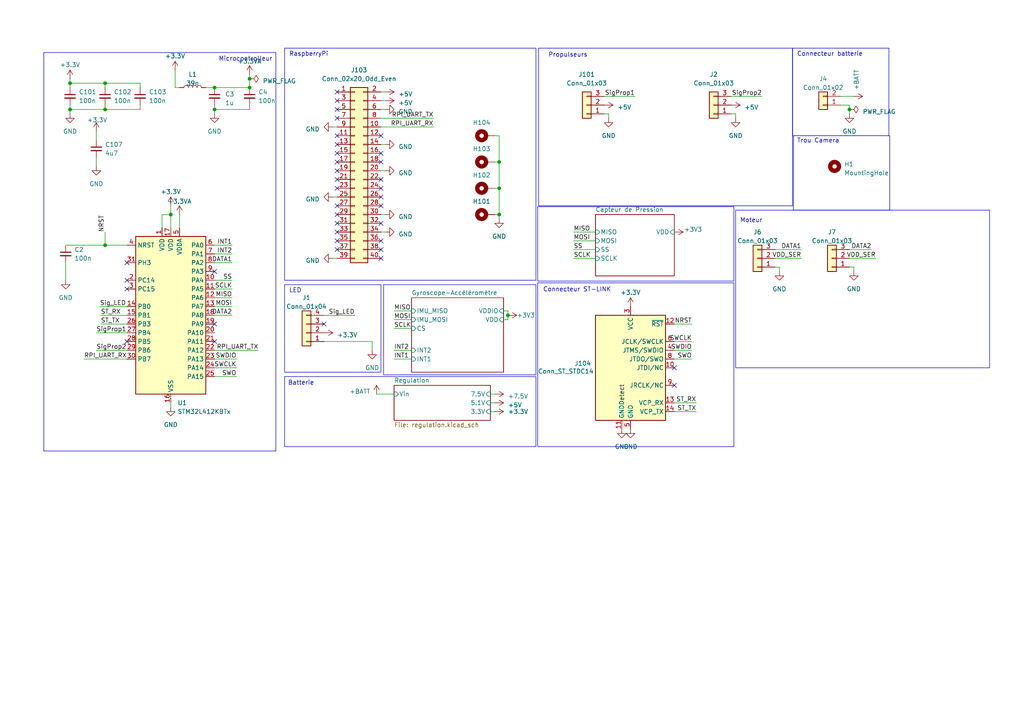
<source format=kicad_sch>
(kicad_sch (version 20230121) (generator eeschema)
  (paper "A4")
  (title_block (title "PCB_SOUS-MARIN"))
  (lib_symbols
    (symbol "Connector:Conn_ST_STDC14"
      (property "Reference" "J" (at -8.89 16.51 0))
      (property "Value" "Conn_ST_STDC14" (at 17.78 16.51 0))
      (symbol "Conn_ST_STDC14_0_1"
        (rectangle (start -10.16 15.24) (end 10.16 -15.24) (stroke (width 0.254)) (fill (type background)))
      )
      (symbol "Conn_ST_STDC14_1_1"
        (pin no_connect line (at -10.16 5.08 0) (length 2.54) hide (name "NC") (number "1"))
        (pin output line (at 12.7 0 180) (length 2.54) (name "JTDI/NC") (number "10"))
        (pin passive line (at -2.54 -17.78 90) (length 2.54) (name "GNDDetect") (number "11"))
        (pin open_collector line (at 12.7 12.7 180) (length 2.54) (name "~{RST}") (number "12"))
        (pin output line (at 12.7 -10.16 180) (length 2.54) (name "VCP_RX") (number "13"))
        (pin input line (at 12.7 -12.7 180) (length 2.54) (name "VCP_TX") (number "14"))
        (pin no_connect line (at -10.16 2.54 0) (length 2.54) hide (name "NC") (number "2"))
        (pin power_in line (at 0 17.78 270) (length 2.54) (name "VCC") (number "3"))
        (pin bidirectional line (at 12.7 5.08 180) (length 2.54) (name "JTMS/SWDIO") (number "4"))
        (pin power_in line (at 0 -17.78 90) (length 2.54) (name "GND") (number "5"))
        (pin output line (at 12.7 7.62 180) (length 2.54) (name "JCLK/SWCLK") (number "6"))
        (pin passive line (at 0 -17.78 90) (length 2.54) hide (name "GND") (number "7"))
        (pin input line (at 12.7 2.54 180) (length 2.54) (name "JTDO/SWO") (number "8"))
        (pin input line (at 12.7 -5.08 180) (length 2.54) (name "JRCLK/NC") (number "9"))
      )
    )
    (symbol "Connector_Generic:Conn_01x02" (pin_names (offset 1.016) hide)
      (property "Reference" "J" (at 0 2.54 0))
      (property "Value" "Conn_01x02" (at 0 -5.08 0))
      (symbol "Conn_01x02_1_1"
        (rectangle (start -1.27 -2.413) (end 0 -2.667) (stroke (width 0.1524)))
        (rectangle (start -1.27 0.127) (end 0 -0.127) (stroke (width 0.1524)))
        (rectangle (start -1.27 1.27) (end 1.27 -3.81) (stroke (width 0.254)) (fill (type background)))
        (pin passive line (at -5.08 0 0) (length 3.81) (name "Pin_1") (number "1"))
        (pin passive line (at -5.08 -2.54 0) (length 3.81) (name "Pin_2") (number "2"))
      )
    )
    (symbol "Connector_Generic:Conn_01x03" (pin_names (offset 1.016) hide)
      (property "Reference" "J" (at 0 5.08 0))
      (property "Value" "Conn_01x03" (at 0 -5.08 0))
      (symbol "Conn_01x03_1_1"
        (rectangle (start -1.27 -2.413) (end 0 -2.667) (stroke (width 0.1524)))
        (rectangle (start -1.27 0.127) (end 0 -0.127) (stroke (width 0.1524)))
        (rectangle (start -1.27 2.667) (end 0 2.413) (stroke (width 0.1524)))
        (rectangle (start -1.27 3.81) (end 1.27 -3.81) (stroke (width 0.254)) (fill (type background)))
        (pin passive line (at -5.08 2.54 0) (length 3.81) (name "Pin_1") (number "1"))
        (pin passive line (at -5.08 0 0) (length 3.81) (name "Pin_2") (number "2"))
        (pin passive line (at -5.08 -2.54 0) (length 3.81) (name "Pin_3") (number "3"))
      )
    )
    (symbol "Connector_Generic:Conn_01x04" (pin_names (offset 1.016) hide)
      (property "Reference" "J" (at 0 5.08 0))
      (property "Value" "Conn_01x04" (at 0 -7.62 0))
      (symbol "Conn_01x04_1_1"
        (rectangle (start -1.27 -4.953) (end 0 -5.207) (stroke (width 0.1524)))
        (rectangle (start -1.27 -2.413) (end 0 -2.667) (stroke (width 0.1524)))
        (rectangle (start -1.27 0.127) (end 0 -0.127) (stroke (width 0.1524)))
        (rectangle (start -1.27 2.667) (end 0 2.413) (stroke (width 0.1524)))
        (rectangle (start -1.27 3.81) (end 1.27 -6.35) (stroke (width 0.254)) (fill (type background)))
        (pin passive line (at -5.08 2.54 0) (length 3.81) (name "Pin_1") (number "1"))
        (pin passive line (at -5.08 0 0) (length 3.81) (name "Pin_2") (number "2"))
        (pin passive line (at -5.08 -2.54 0) (length 3.81) (name "Pin_3") (number "3"))
        (pin passive line (at -5.08 -5.08 0) (length 3.81) (name "Pin_4") (number "4"))
      )
    )
    (symbol "Connector_Generic:Conn_02x20_Odd_Even" (pin_names (offset 1.016) hide)
      (property "Reference" "J" (at 1.27 25.4 0))
      (property "Value" "Conn_02x20_Odd_Even" (at 1.27 -27.94 0))
      (symbol "Conn_02x20_Odd_Even_1_1"
        (rectangle (start -1.27 -25.273) (end 0 -25.527) (stroke (width 0.1524)))
        (rectangle (start -1.27 -22.733) (end 0 -22.987) (stroke (width 0.1524)))
        (rectangle (start -1.27 -20.193) (end 0 -20.447) (stroke (width 0.1524)))
        (rectangle (start -1.27 -17.653) (end 0 -17.907) (stroke (width 0.1524)))
        (rectangle (start -1.27 -15.113) (end 0 -15.367) (stroke (width 0.1524)))
        (rectangle (start -1.27 -12.573) (end 0 -12.827) (stroke (width 0.1524)))
        (rectangle (start -1.27 -10.033) (end 0 -10.287) (stroke (width 0.1524)))
        (rectangle (start -1.27 -7.493) (end 0 -7.747) (stroke (width 0.1524)))
        (rectangle (start -1.27 -4.953) (end 0 -5.207) (stroke (width 0.1524)))
        (rectangle (start -1.27 -2.413) (end 0 -2.667) (stroke (width 0.1524)))
        (rectangle (start -1.27 0.127) (end 0 -0.127) (stroke (width 0.1524)))
        (rectangle (start -1.27 2.667) (end 0 2.413) (stroke (width 0.1524)))
        (rectangle (start -1.27 5.207) (end 0 4.953) (stroke (width 0.1524)))
        (rectangle (start -1.27 7.747) (end 0 7.493) (stroke (width 0.1524)))
        (rectangle (start -1.27 10.287) (end 0 10.033) (stroke (width 0.1524)))
        (rectangle (start -1.27 12.827) (end 0 12.573) (stroke (width 0.1524)))
        (rectangle (start -1.27 15.367) (end 0 15.113) (stroke (width 0.1524)))
        (rectangle (start -1.27 17.907) (end 0 17.653) (stroke (width 0.1524)))
        (rectangle (start -1.27 20.447) (end 0 20.193) (stroke (width 0.1524)))
        (rectangle (start -1.27 22.987) (end 0 22.733) (stroke (width 0.1524)))
        (rectangle (start -1.27 24.13) (end 3.81 -26.67) (stroke (width 0.254)) (fill (type background)))
        (rectangle (start 3.81 -25.273) (end 2.54 -25.527) (stroke (width 0.1524)))
        (rectangle (start 3.81 -22.733) (end 2.54 -22.987) (stroke (width 0.1524)))
        (rectangle (start 3.81 -20.193) (end 2.54 -20.447) (stroke (width 0.1524)))
        (rectangle (start 3.81 -17.653) (end 2.54 -17.907) (stroke (width 0.1524)))
        (rectangle (start 3.81 -15.113) (end 2.54 -15.367) (stroke (width 0.1524)))
        (rectangle (start 3.81 -12.573) (end 2.54 -12.827) (stroke (width 0.1524)))
        (rectangle (start 3.81 -10.033) (end 2.54 -10.287) (stroke (width 0.1524)))
        (rectangle (start 3.81 -7.493) (end 2.54 -7.747) (stroke (width 0.1524)))
        (rectangle (start 3.81 -4.953) (end 2.54 -5.207) (stroke (width 0.1524)))
        (rectangle (start 3.81 -2.413) (end 2.54 -2.667) (stroke (width 0.1524)))
        (rectangle (start 3.81 0.127) (end 2.54 -0.127) (stroke (width 0.1524)))
        (rectangle (start 3.81 2.667) (end 2.54 2.413) (stroke (width 0.1524)))
        (rectangle (start 3.81 5.207) (end 2.54 4.953) (stroke (width 0.1524)))
        (rectangle (start 3.81 7.747) (end 2.54 7.493) (stroke (width 0.1524)))
        (rectangle (start 3.81 10.287) (end 2.54 10.033) (stroke (width 0.1524)))
        (rectangle (start 3.81 12.827) (end 2.54 12.573) (stroke (width 0.1524)))
        (rectangle (start 3.81 15.367) (end 2.54 15.113) (stroke (width 0.1524)))
        (rectangle (start 3.81 17.907) (end 2.54 17.653) (stroke (width 0.1524)))
        (rectangle (start 3.81 20.447) (end 2.54 20.193) (stroke (width 0.1524)))
        (rectangle (start 3.81 22.987) (end 2.54 22.733) (stroke (width 0.1524)))
        (pin passive line (at -5.08 22.86 0) (length 3.81) (name "Pin_1") (number "1"))
        (pin passive line (at 7.62 12.7 180) (length 3.81) (name "Pin_10") (number "10"))
        (pin passive line (at -5.08 10.16 0) (length 3.81) (name "Pin_11") (number "11"))
        (pin passive line (at 7.62 10.16 180) (length 3.81) (name "Pin_12") (number "12"))
        (pin passive line (at -5.08 7.62 0) (length 3.81) (name "Pin_13") (number "13"))
        (pin passive line (at 7.62 7.62 180) (length 3.81) (name "Pin_14") (number "14"))
        (pin passive line (at -5.08 5.08 0) (length 3.81) (name "Pin_15") (number "15"))
        (pin passive line (at 7.62 5.08 180) (length 3.81) (name "Pin_16") (number "16"))
        (pin passive line (at -5.08 2.54 0) (length 3.81) (name "Pin_17") (number "17"))
        (pin passive line (at 7.62 2.54 180) (length 3.81) (name "Pin_18") (number "18"))
        (pin passive line (at -5.08 0 0) (length 3.81) (name "Pin_19") (number "19"))
        (pin passive line (at 7.62 22.86 180) (length 3.81) (name "Pin_2") (number "2"))
        (pin passive line (at 7.62 0 180) (length 3.81) (name "Pin_20") (number "20"))
        (pin passive line (at -5.08 -2.54 0) (length 3.81) (name "Pin_21") (number "21"))
        (pin passive line (at 7.62 -2.54 180) (length 3.81) (name "Pin_22") (number "22"))
        (pin passive line (at -5.08 -5.08 0) (length 3.81) (name "Pin_23") (number "23"))
        (pin passive line (at 7.62 -5.08 180) (length 3.81) (name "Pin_24") (number "24"))
        (pin passive line (at -5.08 -7.62 0) (length 3.81) (name "Pin_25") (number "25"))
        (pin passive line (at 7.62 -7.62 180) (length 3.81) (name "Pin_26") (number "26"))
        (pin passive line (at -5.08 -10.16 0) (length 3.81) (name "Pin_27") (number "27"))
        (pin passive line (at 7.62 -10.16 180) (length 3.81) (name "Pin_28") (number "28"))
        (pin passive line (at -5.08 -12.7 0) (length 3.81) (name "Pin_29") (number "29"))
        (pin passive line (at -5.08 20.32 0) (length 3.81) (name "Pin_3") (number "3"))
        (pin passive line (at 7.62 -12.7 180) (length 3.81) (name "Pin_30") (number "30"))
        (pin passive line (at -5.08 -15.24 0) (length 3.81) (name "Pin_31") (number "31"))
        (pin passive line (at 7.62 -15.24 180) (length 3.81) (name "Pin_32") (number "32"))
        (pin passive line (at -5.08 -17.78 0) (length 3.81) (name "Pin_33") (number "33"))
        (pin passive line (at 7.62 -17.78 180) (length 3.81) (name "Pin_34") (number "34"))
        (pin passive line (at -5.08 -20.32 0) (length 3.81) (name "Pin_35") (number "35"))
        (pin passive line (at 7.62 -20.32 180) (length 3.81) (name "Pin_36") (number "36"))
        (pin passive line (at -5.08 -22.86 0) (length 3.81) (name "Pin_37") (number "37"))
        (pin passive line (at 7.62 -22.86 180) (length 3.81) (name "Pin_38") (number "38"))
        (pin passive line (at -5.08 -25.4 0) (length 3.81) (name "Pin_39") (number "39"))
        (pin passive line (at 7.62 20.32 180) (length 3.81) (name "Pin_4") (number "4"))
        (pin passive line (at 7.62 -25.4 180) (length 3.81) (name "Pin_40") (number "40"))
        (pin passive line (at -5.08 17.78 0) (length 3.81) (name "Pin_5") (number "5"))
        (pin passive line (at 7.62 17.78 180) (length 3.81) (name "Pin_6") (number "6"))
        (pin passive line (at -5.08 15.24 0) (length 3.81) (name "Pin_7") (number "7"))
        (pin passive line (at 7.62 15.24 180) (length 3.81) (name "Pin_8") (number "8"))
        (pin passive line (at -5.08 12.7 0) (length 3.81) (name "Pin_9") (number "9"))
      )
    )
    (symbol "Device:C_Small" (pin_numbers hide) (pin_names (offset 0.254) hide)
      (property "Reference" "C" (at 0.254 1.778 0))
      (property "Value" "C_Small" (at 0.254 -2.032 0))
      (symbol "C_Small_0_1"
        (polyline (pts (xy -1.524 -0.508) (xy 1.524 -0.508)) (stroke (width 0.3302)))
        (polyline (pts (xy -1.524 0.508) (xy 1.524 0.508)) (stroke (width 0.3048)))
      )
      (symbol "C_Small_1_1"
        (pin passive line (at 0 2.54 270) (length 2.032) (name "~") (number "1"))
        (pin passive line (at 0 -2.54 90) (length 2.032) (name "~") (number "2"))
      )
    )
    (symbol "Device:L" (pin_numbers hide) (pin_names (offset 1.016) hide)
      (property "Reference" "L" (at -1.27 0 90))
      (property "Value" "L" (at 1.905 0 90))
      (symbol "L_0_1"
        (arc (start 0 -2.54) (mid 0.6323 -1.905) (end 0 -1.27))
        (arc (start 0 -1.27) (mid 0.6323 -0.635) (end 0 0))
        (arc (start 0 0) (mid 0.6323 0.635) (end 0 1.27))
        (arc (start 0 1.27) (mid 0.6323 1.905) (end 0 2.54))
      )
      (symbol "L_1_1"
        (pin passive line (at 0 3.81 270) (length 1.27) (name "1") (number "1"))
        (pin passive line (at 0 -3.81 90) (length 1.27) (name "2") (number "2"))
      )
    )
    (symbol "MCU_ST_STM32L4:STM32L412KBTx"
      (property "Reference" "U" (at -10.16 24.13 0))
      (property "Value" "STM32L412KBTx" (at 5.08 24.13 0))
      (symbol "STM32L412KBTx_0_1"
        (rectangle (start -10.16 -22.86) (end 10.16 22.86) (stroke (width 0.254)) (fill (type background)))
      )
      (symbol "STM32L412KBTx_1_1"
        (pin power_in line (at -2.54 25.4 270) (length 2.54) (name "VDD") (number "1"))
        (pin bidirectional line (at 12.7 10.16 180) (length 2.54) (name "PA4") (number "10"))
        (pin bidirectional line (at 12.7 7.62 180) (length 2.54) (name "PA5") (number "11"))
        (pin bidirectional line (at 12.7 5.08 180) (length 2.54) (name "PA6") (number "12"))
        (pin bidirectional line (at 12.7 2.54 180) (length 2.54) (name "PA7") (number "13"))
        (pin bidirectional line (at -12.7 2.54 0) (length 2.54) (name "PB0") (number "14"))
        (pin bidirectional line (at -12.7 0 0) (length 2.54) (name "PB1") (number "15"))
        (pin power_in line (at 0 -25.4 90) (length 2.54) (name "VSS") (number "16"))
        (pin power_in line (at 0 25.4 270) (length 2.54) (name "VDD") (number "17"))
        (pin bidirectional line (at 12.7 0 180) (length 2.54) (name "PA8") (number "18"))
        (pin bidirectional line (at 12.7 -2.54 180) (length 2.54) (name "PA9") (number "19"))
        (pin bidirectional line (at -12.7 10.16 0) (length 2.54) (name "PC14") (number "2"))
        (pin bidirectional line (at 12.7 -5.08 180) (length 2.54) (name "PA10") (number "20"))
        (pin bidirectional line (at 12.7 -7.62 180) (length 2.54) (name "PA11") (number "21"))
        (pin bidirectional line (at 12.7 -10.16 180) (length 2.54) (name "PA12") (number "22"))
        (pin bidirectional line (at 12.7 -12.7 180) (length 2.54) (name "PA13") (number "23"))
        (pin bidirectional line (at 12.7 -15.24 180) (length 2.54) (name "PA14") (number "24"))
        (pin bidirectional line (at 12.7 -17.78 180) (length 2.54) (name "PA15") (number "25"))
        (pin bidirectional line (at -12.7 -2.54 0) (length 2.54) (name "PB3") (number "26"))
        (pin bidirectional line (at -12.7 -5.08 0) (length 2.54) (name "PB4") (number "27"))
        (pin bidirectional line (at -12.7 -7.62 0) (length 2.54) (name "PB5") (number "28"))
        (pin bidirectional line (at -12.7 -10.16 0) (length 2.54) (name "PB6") (number "29"))
        (pin bidirectional line (at -12.7 7.62 0) (length 2.54) (name "PC15") (number "3"))
        (pin bidirectional line (at -12.7 -12.7 0) (length 2.54) (name "PB7") (number "30"))
        (pin bidirectional line (at -12.7 15.24 0) (length 2.54) (name "PH3") (number "31"))
        (pin passive line (at 0 -25.4 90) (length 2.54) hide (name "VSS") (number "32"))
        (pin input line (at -12.7 20.32 0) (length 2.54) (name "NRST") (number "4"))
        (pin power_in line (at 2.54 25.4 270) (length 2.54) (name "VDDA") (number "5"))
        (pin bidirectional line (at 12.7 20.32 180) (length 2.54) (name "PA0") (number "6"))
        (pin bidirectional line (at 12.7 17.78 180) (length 2.54) (name "PA1") (number "7"))
        (pin bidirectional line (at 12.7 15.24 180) (length 2.54) (name "PA2") (number "8"))
        (pin bidirectional line (at 12.7 12.7 180) (length 2.54) (name "PA3") (number "9"))
      )
    )
    (symbol "Mechanical:MountingHole" (pin_names (offset 1.016))
      (property "Reference" "H" (at 0 5.08 0))
      (property "Value" "MountingHole" (at 0 3.175 0))
      (symbol "MountingHole_0_1"
        (circle (center 0 0) (radius 1.27) (stroke (width 1.27)))
      )
    )
    (symbol "Mechanical:MountingHole_Pad" (pin_numbers hide) (pin_names (offset 1.016) hide)
      (property "Reference" "H" (at 0 6.35 0))
      (property "Value" "MountingHole_Pad" (at 0 4.445 0))
      (symbol "MountingHole_Pad_0_1"
        (circle (center 0 1.27) (radius 1.27) (stroke (width 1.27)))
      )
      (symbol "MountingHole_Pad_1_1"
        (pin input line (at 0 -2.54 90) (length 2.54) (name "1") (number "1"))
      )
    )
    (symbol "power:+3.3V" (power) (pin_names (offset 0))
      (property "Value" "+3.3V" (at 0 3.556 0))
      (symbol "+3.3V_0_1"
        (polyline (pts (xy -0.762 1.27) (xy 0 2.54)))
        (polyline (pts (xy 0 0) (xy 0 2.54)))
        (polyline (pts (xy 0 2.54) (xy 0.762 1.27)))
      )
      (symbol "+3.3V_1_1"
        (pin power_in line (at 0 0 90) (length 0) hide (name "+3.3V") (number "1"))
      )
    )
    (symbol "power:+3.3VA" (power) (pin_names (offset 0))
      (property "Value" "+3.3VA" (at 0 3.556 0))
      (symbol "+3.3VA_0_1"
        (polyline (pts (xy -0.762 1.27) (xy 0 2.54)))
        (polyline (pts (xy 0 0) (xy 0 2.54)))
        (polyline (pts (xy 0 2.54) (xy 0.762 1.27)))
      )
      (symbol "+3.3VA_1_1"
        (pin power_in line (at 0 0 90) (length 0) hide (name "+3.3VA") (number "1"))
      )
    )
    (symbol "power:+3V3" (power) (pin_names (offset 0))
      (property "Value" "+3V3" (at 0 3.556 0))
      (symbol "+3V3_0_1"
        (polyline (pts (xy -0.762 1.27) (xy 0 2.54)))
        (polyline (pts (xy 0 0) (xy 0 2.54)))
        (polyline (pts (xy 0 2.54) (xy 0.762 1.27)))
      )
      (symbol "+3V3_1_1"
        (pin power_in line (at 0 0 90) (length 0) hide (name "+3V3") (number "1"))
      )
    )
    (symbol "power:+5V" (power) (pin_names (offset 0))
      (property "Value" "+5V" (at 0 3.556 0))
      (symbol "+5V_0_1"
        (polyline (pts (xy -0.762 1.27) (xy 0 2.54)))
        (polyline (pts (xy 0 0) (xy 0 2.54)))
        (polyline (pts (xy 0 2.54) (xy 0.762 1.27)))
      )
      (symbol "+5V_1_1"
        (pin power_in line (at 0 0 90) (length 0) hide (name "+5V") (number "1"))
      )
    )
    (symbol "power:+7.5V" (power) (pin_names (offset 0))
      (property "Value" "+7.5V" (at 0 3.556 0))
      (symbol "+7.5V_0_1"
        (polyline (pts (xy -0.762 1.27) (xy 0 2.54)))
        (polyline (pts (xy 0 0) (xy 0 2.54)))
        (polyline (pts (xy 0 2.54) (xy 0.762 1.27)))
      )
      (symbol "+7.5V_1_1"
        (pin power_in line (at 0 0 90) (length 0) hide (name "+7.5V") (number "1"))
      )
    )
    (symbol "power:+BATT" (power) (pin_names (offset 0))
      (property "Value" "+BATT" (at 0 3.556 0))
      (symbol "+BATT_0_1"
        (polyline (pts (xy -0.762 1.27) (xy 0 2.54)))
        (polyline (pts (xy 0 0) (xy 0 2.54)))
        (polyline (pts (xy 0 2.54) (xy 0.762 1.27)))
      )
      (symbol "+BATT_1_1"
        (pin power_in line (at 0 0 90) (length 0) hide (name "+BATT") (number "1"))
      )
    )
    (symbol "power:GND" (power) (pin_names (offset 0))
      (property "Value" "GND" (at 0 -3.81 0))
      (symbol "GND_0_1"
        (polyline (pts (xy 0 0) (xy 0 -1.27) (xy 1.27 -1.27) (xy 0 -2.54) (xy -1.27 -1.27) (xy 0 -1.27)))
      )
      (symbol "GND_1_1"
        (pin power_in line (at 0 0 270) (length 0) hide (name "GND") (number "1"))
      )
    )
    (symbol "power:PWR_FLAG" (power) (pin_numbers hide) (pin_names (offset 0) hide)
      (property "Value" "PWR_FLAG" (at 0 3.81 0))
      (symbol "PWR_FLAG_0_0"
        (pin power_out line (at 0 0 90) (length 0) (name "pwr") (number "1"))
      )
      (symbol "PWR_FLAG_0_1"
        (polyline (pts (xy 0 0) (xy 0 1.27) (xy -1.016 1.905) (xy 0 2.54) (xy 1.016 1.905) (xy 0 1.27)))
      )
    )
  )
  (junction (at 147.32 91.44))
  (junction (at 144.78 54.61))
  (junction (at 30.48 31.75))
  (junction (at 20.32 31.75))
  (junction (at 144.78 62.23))
  (junction (at 49.53 62.23))
  (junction (at 144.78 46.99))
  (junction (at 246.38 31.75))
  (junction (at 72.39 22.86))
  (junction (at 72.39 25.4))
  (junction (at 20.32 24.13))
  (junction (at 62.23 31.75))
  (junction (at 30.48 71.12))
  (junction (at 62.23 25.4))
  (junction (at 30.48 24.13))
  (no_connect (at 97.79 52.07))
  (no_connect (at 97.79 72.39))
  (no_connect (at 110.49 64.77))
  (no_connect (at 97.79 26.67))
  (no_connect (at 97.79 49.53))
  (no_connect (at 36.83 81.28))
  (no_connect (at 110.49 74.93))
  (no_connect (at 195.58 106.68))
  (no_connect (at 110.49 72.39))
  (no_connect (at 97.79 39.37))
  (no_connect (at 110.49 52.07))
  (no_connect (at 97.79 29.21))
  (no_connect (at 62.23 99.06))
  (no_connect (at 97.79 31.75))
  (no_connect (at 97.79 67.31))
  (no_connect (at 110.49 46.99))
  (no_connect (at 36.83 99.06))
  (no_connect (at 110.49 44.45))
  (no_connect (at 110.49 39.37))
  (no_connect (at 97.79 59.69))
  (no_connect (at 110.49 59.69))
  (no_connect (at 62.23 93.98))
  (no_connect (at 36.83 83.82))
  (no_connect (at 97.79 41.91))
  (no_connect (at 110.49 57.15))
  (no_connect (at 97.79 46.99))
  (no_connect (at 97.79 64.77))
  (no_connect (at 110.49 54.61))
  (no_connect (at 110.49 69.85))
  (no_connect (at 97.79 44.45))
  (no_connect (at 62.23 78.74))
  (no_connect (at 97.79 54.61))
  (no_connect (at 97.79 34.29))
  (no_connect (at 195.58 111.76))
  (no_connect (at 97.79 69.85))
  (no_connect (at 97.79 62.23))
  (no_connect (at 93.98 93.98))
  (no_connect (at 36.83 76.2))
  (wire (pts (xy 68.58 104.14) (xy 62.23 104.14)))
  (wire (pts (xy 50.8 25.4) (xy 52.07 25.4)))
  (wire (pts (xy 110.49 62.23) (xy 111.76 62.23)))
  (wire (pts (xy 62.23 83.82) (xy 67.31 83.82)))
  (wire (pts (xy 166.37 67.31) (xy 172.72 67.31)))
  (wire (pts (xy 110.49 49.53) (xy 111.76 49.53)))
  (wire (pts (xy 62.23 76.2) (xy 67.31 76.2)))
  (wire (pts (xy 62.23 30.48) (xy 62.23 31.75)))
  (wire (pts (xy 62.23 31.75) (xy 62.23 33.02)))
  (wire (pts (xy 143.51 62.23) (xy 144.78 62.23)))
  (wire (pts (xy 246.38 77.47) (xy 247.65 77.47)))
  (wire (pts (xy 110.49 31.75) (xy 111.76 31.75)))
  (wire (pts (xy 20.32 31.75) (xy 20.32 33.02)))
  (wire (pts (xy 110.49 29.21) (xy 111.76 29.21)))
  (wire (pts (xy 67.31 81.28) (xy 62.23 81.28)))
  (wire (pts (xy 109.22 114.3) (xy 114.3 114.3)))
  (wire (pts (xy 72.39 30.48) (xy 72.39 31.75)))
  (wire (pts (xy 20.32 30.48) (xy 20.32 31.75)))
  (wire (pts (xy 27.94 45.72) (xy 27.94 48.26)))
  (wire (pts (xy 59.69 25.4) (xy 62.23 25.4)))
  (wire (pts (xy 147.32 92.71) (xy 146.05 92.71)))
  (wire (pts (xy 212.09 27.94) (xy 220.98 27.94)))
  (wire (pts (xy 200.66 93.98) (xy 195.58 93.98)))
  (wire (pts (xy 30.48 71.12) (xy 36.83 71.12)))
  (wire (pts (xy 166.37 72.39) (xy 172.72 72.39)))
  (wire (pts (xy 93.98 91.44) (xy 102.87 91.44)))
  (wire (pts (xy 30.48 24.13) (xy 40.64 24.13)))
  (wire (pts (xy 110.49 34.29) (xy 125.73 34.29)))
  (wire (pts (xy 212.09 33.02) (xy 213.36 33.02)))
  (wire (pts (xy 175.26 27.94) (xy 184.15 27.94)))
  (wire (pts (xy 110.49 26.67) (xy 111.76 26.67)))
  (wire (pts (xy 93.98 99.06) (xy 107.95 99.06)))
  (wire (pts (xy 200.66 104.14) (xy 195.58 104.14)))
  (wire (pts (xy 247.65 77.47) (xy 247.65 78.74)))
  (wire (pts (xy 107.95 99.06) (xy 107.95 101.6)))
  (wire (pts (xy 144.78 39.37) (xy 143.51 39.37)))
  (wire (pts (xy 201.93 116.84) (xy 195.58 116.84)))
  (wire (pts (xy 68.58 106.68) (xy 62.23 106.68)))
  (wire (pts (xy 24.384 104.14) (xy 36.83 104.14)))
  (wire (pts (xy 114.3 90.17) (xy 119.38 90.17)))
  (wire (pts (xy 30.48 30.48) (xy 30.48 31.75)))
  (wire (pts (xy 67.31 91.44) (xy 62.23 91.44)))
  (wire (pts (xy 213.36 34.29) (xy 213.36 33.02)))
  (wire (pts (xy 30.48 31.75) (xy 40.64 31.75)))
  (wire (pts (xy 200.66 101.6) (xy 195.58 101.6)))
  (wire (pts (xy 146.05 90.17) (xy 147.32 90.17)))
  (wire (pts (xy 62.23 73.66) (xy 67.31 73.66)))
  (wire (pts (xy 226.06 77.47) (xy 226.06 78.74)))
  (wire (pts (xy 147.32 91.44) (xy 147.32 92.71)))
  (wire (pts (xy 62.23 86.36) (xy 67.31 86.36)))
  (wire (pts (xy 254 74.93) (xy 246.38 74.93)))
  (wire (pts (xy 19.05 81.28) (xy 19.05 76.2)))
  (wire (pts (xy 20.32 22.86) (xy 20.32 24.13)))
  (wire (pts (xy 143.51 54.61) (xy 144.78 54.61)))
  (wire (pts (xy 110.49 41.91) (xy 111.76 41.91)))
  (wire (pts (xy 97.79 74.93) (xy 96.52 74.93)))
  (wire (pts (xy 27.94 38.1) (xy 27.94 40.64)))
  (wire (pts (xy 143.51 46.99) (xy 144.78 46.99)))
  (wire (pts (xy 20.32 31.75) (xy 30.48 31.75)))
  (wire (pts (xy 62.23 101.6) (xy 74.93 101.6)))
  (wire (pts (xy 224.79 77.47) (xy 226.06 77.47)))
  (wire (pts (xy 27.94 96.52) (xy 36.83 96.52)))
  (wire (pts (xy 97.79 57.15) (xy 96.52 57.15)))
  (wire (pts (xy 246.38 30.48) (xy 246.38 31.75)))
  (wire (pts (xy 29.21 93.98) (xy 36.83 93.98)))
  (wire (pts (xy 72.39 22.86) (xy 72.39 25.4)))
  (wire (pts (xy 110.49 67.31) (xy 111.76 67.31)))
  (wire (pts (xy 147.32 90.17) (xy 147.32 91.44)))
  (wire (pts (xy 62.23 25.4) (xy 72.39 25.4)))
  (wire (pts (xy 142.24 114.3) (xy 143.51 114.3)))
  (wire (pts (xy 200.66 99.06) (xy 195.58 99.06)))
  (wire (pts (xy 232.41 74.93) (xy 224.79 74.93)))
  (wire (pts (xy 20.32 24.13) (xy 30.48 24.13)))
  (wire (pts (xy 50.8 20.32) (xy 50.8 25.4)))
  (wire (pts (xy 97.79 36.83) (xy 96.52 36.83)))
  (wire (pts (xy 114.3 92.71) (xy 119.38 92.71)))
  (wire (pts (xy 144.78 54.61) (xy 144.78 46.99)))
  (wire (pts (xy 166.37 69.85) (xy 172.72 69.85)))
  (wire (pts (xy 30.48 25.4) (xy 30.48 24.13)))
  (wire (pts (xy 62.23 88.9) (xy 67.31 88.9)))
  (wire (pts (xy 49.53 59.69) (xy 49.53 62.23)))
  (wire (pts (xy 232.41 72.39) (xy 224.79 72.39)))
  (wire (pts (xy 175.26 33.02) (xy 176.53 33.02)))
  (wire (pts (xy 40.64 24.13) (xy 40.64 25.4)))
  (wire (pts (xy 144.78 63.5) (xy 144.78 62.23)))
  (wire (pts (xy 27.94 101.6) (xy 36.83 101.6)))
  (wire (pts (xy 144.78 62.23) (xy 144.78 54.61)))
  (wire (pts (xy 166.37 74.93) (xy 172.72 74.93)))
  (wire (pts (xy 114.3 101.6) (xy 119.38 101.6)))
  (wire (pts (xy 19.05 71.12) (xy 30.48 71.12)))
  (wire (pts (xy 252.73 72.39) (xy 246.38 72.39)))
  (wire (pts (xy 49.53 62.23) (xy 49.53 66.04)))
  (wire (pts (xy 142.24 119.38) (xy 143.51 119.38)))
  (wire (pts (xy 40.64 30.48) (xy 40.64 31.75)))
  (wire (pts (xy 110.49 36.83) (xy 125.73 36.83)))
  (wire (pts (xy 176.53 34.29) (xy 176.53 33.02)))
  (wire (pts (xy 68.58 109.22) (xy 62.23 109.22)))
  (wire (pts (xy 46.99 62.23) (xy 49.53 62.23)))
  (wire (pts (xy 201.93 119.38) (xy 195.58 119.38)))
  (wire (pts (xy 62.23 71.12) (xy 67.31 71.12)))
  (wire (pts (xy 246.38 31.75) (xy 246.38 33.02)))
  (wire (pts (xy 62.23 31.75) (xy 72.39 31.75)))
  (wire (pts (xy 114.3 95.25) (xy 119.38 95.25)))
  (wire (pts (xy 28.956 88.9) (xy 36.83 88.9)))
  (wire (pts (xy 247.65 27.94) (xy 243.84 27.94)))
  (wire (pts (xy 46.99 66.04) (xy 46.99 62.23)))
  (wire (pts (xy 72.39 21.59) (xy 72.39 22.86)))
  (wire (pts (xy 243.84 30.48) (xy 246.38 30.48)))
  (wire (pts (xy 20.32 24.13) (xy 20.32 25.4)))
  (wire (pts (xy 30.48 67.31) (xy 30.48 71.12)))
  (wire (pts (xy 114.3 104.14) (xy 119.38 104.14)))
  (wire (pts (xy 144.78 46.99) (xy 144.78 39.37)))
  (wire (pts (xy 142.24 116.84) (xy 143.51 116.84)))
  (wire (pts (xy 49.53 116.84) (xy 49.53 118.11)))
  (wire (pts (xy 29.21 91.44) (xy 36.83 91.44)))
  (wire (pts (xy 52.07 62.23) (xy 52.07 66.04)))
  (rectangle (start 82.55 82.55) (end 110.49 107.95))
  (rectangle (start 230.124 39.37) (end 258.064 60.96))
  (rectangle (start 156.21 13.97) (end 229.87 59.69))
  (rectangle (start 155.956 82.042) (end 212.852 129.54))
  (rectangle (start 82.55 13.97) (end 155.448 81.28))
  (rectangle (start 229.87 13.97) (end 257.81 39.37))
  (rectangle (start 213.36 60.96) (end 287.02 106.68))
  (rectangle (start 111.252 82.55) (end 155.448 108.712))
  (rectangle (start 155.956 59.944) (end 212.852 81.534))
  (text_box "Microcontrolleur\n" (at 12.7 15.24 0) (size 67.31 115.57) (effects (font (size 1.27 1.27)) (justify right top)))
  (text_box "Batterie\n" (at 82.55 109.22 0) (size 72.898 20.32) (effects (font (size 1.27 1.27)) (justify left top)))
  (text "Moteur" (at 214.63 64.77 0) (effects (font (size 1.27 1.27)) (justify left bottom)))
  (text "Connecteur batterie\n" (at 231.14 16.51 0) (effects (font (size 1.27 1.27)) (justify left bottom)))
  (text "LED\n" (at 83.82 85.09 0) (effects (font (size 1.27 1.27)) (justify left bottom)))
  (text "Connecteur ST-LINK\n\n" (at 157.48 86.868 0) (effects (font (size 1.27 1.27)) (justify left bottom)))
  (text "Trou Camera\n" (at 231.14 41.656 0) (effects (font (size 1.27 1.27)) (justify left bottom)))
  (text "RaspberryPi\n" (at 83.82 16.51 0) (effects (font (size 1.27 1.27)) (justify left bottom)))
  (text "Propulseurs\n" (at 159.004 16.764 0) (effects (font (size 1.27 1.27)) (justify left bottom)))
  (label "DATA2" (at 252.73 72.39 180))
  (label "SCLK" (at 67.31 83.82 180))
  (label "ST_TX" (at 201.93 119.38 180))
  (label "NRST" (at 200.66 93.98 180))
  (label "SWO" (at 200.66 104.14 180))
  (label "VDD_SER" (at 254 74.93 180))
  (label "ST_TX" (at 29.21 93.98 0))
  (label "DATA2" (at 67.31 91.44 180))
  (label "SWCLK" (at 200.66 99.06 180))
  (label "SS" (at 67.31 81.28 180))
  (label "SWO" (at 68.58 109.22 180))
  (label "NRST" (at 30.48 67.31 90))
  (label "Sig_LED" (at 102.87 91.44 180))
  (label "ST_RX" (at 201.93 116.84 180))
  (label "INT1" (at 114.3 104.14 0))
  (label "MISO" (at 67.31 86.36 180))
  (label "SS" (at 166.37 72.39 0))
  (label "ST_RX" (at 29.21 91.44 0))
  (label "DATA1" (at 232.41 72.39 180))
  (label "INT1" (at 67.31 71.12 180))
  (label "SWDIO" (at 68.58 104.14 180))
  (label "RPI_UART_TX" (at 74.93 101.6 180))
  (label "MOSI" (at 67.31 88.9 180))
  (label "INT2" (at 114.3 101.6 0))
  (label "MOSI" (at 114.3 92.71 0))
  (label "INT2" (at 67.31 73.66 180))
  (label "SWDIO" (at 200.66 101.6 180))
  (label "SigProp2" (at 220.98 27.94 180))
  (label "VDD_SER" (at 232.41 74.93 180))
  (label "SCLK" (at 166.37 74.93 0))
  (label "DATA1" (at 67.31 76.2 180))
  (label "SigProp1" (at 27.94 96.52 0))
  (label "SigProp1" (at 184.15 27.94 180))
  (label "RPI_UART_RX" (at 24.384 104.14 0))
  (label "RPI_UART_RX" (at 125.73 36.83 180))
  (label "MISO" (at 166.37 67.31 0))
  (label "SWCLK" (at 68.58 106.68 180))
  (label "MOSI" (at 166.37 69.85 0))
  (label "MISO" (at 114.3 90.17 0))
  (label "RPI_UART_TX" (at 125.73 34.29 180))
  (label "SigProp2" (at 27.94 101.6 0))
  (label "SCLK" (at 114.3 95.25 0))
  (label "Sig_LED" (at 28.956 88.9 0))
  (symbol (lib_id "Connector_Generic:Conn_01x03") (at 219.71 74.93 180) (unit 1)
    (property "Reference" "J6" (at 219.71 67.31 0))
    (property "Value" "Conn_01x03" (at 219.71 69.85 0))
    (property "Footprint" "Connector_JST:JST_XH_B3B-XH-A_1x03_P2.50mm_Vertical" (effects hide))
  )
  (symbol (lib_id "Connector:Conn_ST_STDC14") (at 182.88 106.68 0) (unit 1)
    (property "Reference" "J104" (at 171.45 105.41 0) (effects (justify right)))
    (property "Value" "Conn_ST_STDC14" (at 172.212 107.696 0) (effects (justify right)))
    (property "Footprint" "Connector_PinHeader_1.27mm:PinHeader_2x07_P1.27mm_Vertical" (effects hide))
    (property "Datasheet" "https://www.st.com/content/ccc/resource/technical/document/user_manual/group1/99/49/91/b6/b2/3a/46/e5/DM00526767/files/DM00526767.pdf/jcr:content/translations/en.DM00526767.pdf" (effects hide))
  )
  (symbol (lib_id "power:GND") (at 144.78 63.5 0) (unit 1)
    (property "Reference" "#PWR026" (effects hide))
    (property "Value" "GND" (at 144.78 68.58 0))
  )
  (symbol (lib_id "power:+3.3VA") (at 72.39 21.59 0) (unit 1)
    (property "Reference" "#PWR038" (effects hide))
    (property "Value" "+3.3VA" (at 72.39 17.78 0))
  )
  (symbol (lib_id "Device:C_Small") (at 27.94 43.18 0) (unit 1)
    (property "Reference" "C107" (at 30.48 41.9163 0) (effects (justify left)))
    (property "Value" "4u7" (at 30.48 44.4563 0) (effects (justify left)))
    (property "Footprint" "Capacitor_SMD:C_0603_1608Metric_Pad1.08x0.95mm_HandSolder" (effects hide))
  )
  (symbol (lib_id "power:GND") (at 96.52 74.93 270) (unit 1)
    (property "Reference" "#PWR024" (effects hide))
    (property "Value" "GND" (at 92.71 75.565 90) (effects (justify right)))
  )
  (symbol (lib_id "power:GND") (at 176.53 34.29 0) (unit 1)
    (property "Reference" "#PWR09" (effects hide))
    (property "Value" "GND" (at 176.53 39.37 0))
  )
  (symbol (lib_id "power:GND") (at 111.76 31.75 90) (unit 1)
    (property "Reference" "#PWR025" (effects hide))
    (property "Value" "GND" (at 115.57 32.385 90) (effects (justify right)))
  )
  (symbol (lib_id "power:GND") (at 246.38 33.02 0) (unit 1)
    (property "Reference" "#PWR040" (effects hide))
    (property "Value" "GND" (at 246.38 38.1 0))
  )
  (symbol (lib_id "Mechanical:MountingHole_Pad") (at 140.97 54.61 90) (unit 1)
    (property "Reference" "H102" (at 139.7 50.8 90))
    (property "Value" "MountingHole_Pad" (effects hide))
    (property "Footprint" "MountingHole:MountingHole_3.2mm_M3_DIN965_Pad" (effects hide))
  )
  (symbol (lib_id "Device:C_Small") (at 20.32 27.94 0) (unit 1)
    (property "Reference" "C101" (at 22.86 26.6763 0) (effects (justify left)))
    (property "Value" "100n" (at 22.86 29.2163 0) (effects (justify left)))
    (property "Footprint" "Capacitor_SMD:C_0603_1608Metric_Pad1.08x0.95mm_HandSolder" (effects hide))
  )
  (symbol (lib_id "Connector_Generic:Conn_02x20_Odd_Even") (at 102.87 49.53 0) (unit 1)
    (property "Reference" "J103" (at 104.14 20.32 0))
    (property "Value" "Conn_02x20_Odd_Even" (at 104.14 22.86 0))
    (property "Footprint" "Connector_PinSocket_2.54mm:PinSocket_2x20_P2.54mm_Vertical" (effects hide))
  )
  (symbol (lib_id "power:+3.3VA") (at 52.07 62.23 0) (unit 1)
    (property "Reference" "#PWR034" (effects hide))
    (property "Value" "+3.3VA" (at 52.07 58.42 0))
  )
  (symbol (lib_id "power:PWR_FLAG") (at 246.38 31.75 270) (unit 1)
    (property "Reference" "#FLG05" (effects hide))
    (property "Value" "PWR_FLAG" (at 250.19 32.385 90) (effects (justify left)))
  )
  (symbol (lib_id "power:GND") (at 19.05 81.28 0) (unit 1)
    (property "Reference" "#PWR032" (effects hide))
    (property "Value" "GND" (at 19.05 86.36 0))
  )
  (symbol (lib_id "power:GND") (at 96.52 36.83 270) (unit 1)
    (property "Reference" "#PWR022" (effects hide))
    (property "Value" "GND" (at 92.71 37.465 90) (effects (justify right)))
  )
  (symbol (lib_id "power:GND") (at 247.65 78.74 0) (unit 1)
    (property "Reference" "#PWR043" (effects hide))
    (property "Value" "GND" (at 247.65 83.82 0))
  )
  (symbol (lib_id "power:PWR_FLAG") (at 72.39 22.86 270) (unit 1)
    (property "Reference" "#FLG04" (effects hide))
    (property "Value" "PWR_FLAG" (at 76.2 23.495 90) (effects (justify left)))
  )
  (symbol (lib_id "power:+5V") (at 111.76 26.67 270) (unit 1)
    (property "Reference" "#PWR0114" (effects hide))
    (property "Value" "+5.1V" (at 115.57 27.305 90) (effects (justify left)))
  )
  (symbol (lib_id "Connector_Generic:Conn_01x03") (at 207.01 30.48 180) (unit 1)
    (property "Reference" "J2" (at 207.01 21.59 0))
    (property "Value" "Conn_01x03" (at 207.01 24.13 0))
    (property "Footprint" "Connector_JST:JST_XH_B3B-XH-A_1x03_P2.50mm_Vertical" (effects hide))
  )
  (symbol (lib_id "power:+3.3V") (at 93.98 96.52 270) (unit 1)
    (property "Reference" "#PWR039" (effects hide))
    (property "Value" "+3.3V" (at 97.79 97.155 90) (effects (justify left)))
  )
  (symbol (lib_id "Mechanical:MountingHole") (at 242.062 48.26 0) (unit 1)
    (property "Reference" "H1" (at 244.856 47.625 0) (effects (justify left)))
    (property "Value" "MountingHole" (at 244.856 50.165 0) (effects (justify left)))
  )
  (symbol (lib_id "Connector_Generic:Conn_01x03") (at 241.3 74.93 180) (unit 1)
    (property "Reference" "J7" (at 241.3 67.31 0))
    (property "Value" "Conn_01x03" (at 241.3 69.85 0))
    (property "Footprint" "Connector_JST:JST_XH_B3B-XH-A_1x03_P2.50mm_Vertical" (effects hide))
  )
  (symbol (lib_id "Mechanical:MountingHole_Pad") (at 140.97 46.99 90) (unit 1)
    (property "Reference" "H103" (at 139.7 43.18 90))
    (property "Value" "MountingHole_Pad" (effects hide))
    (property "Footprint" "MountingHole:MountingHole_3.2mm_M3_DIN965_Pad" (effects hide))
  )
  (symbol (lib_id "power:GND") (at 226.06 78.74 0) (unit 1)
    (property "Reference" "#PWR042" (effects hide))
    (property "Value" "GND" (at 226.06 83.82 0))
  )
  (symbol (lib_id "power:+3.3V") (at 49.53 59.69 0) (unit 1)
    (property "Reference" "#PWR012" (effects hide))
    (property "Value" "+3.3V" (at 49.53 55.626 0))
  )
  (symbol (lib_id "power:+5V") (at 175.26 30.48 270) (unit 1)
    (property "Reference" "#PWR013" (effects hide))
    (property "Value" "+5.1V" (at 179.07 31.115 90) (effects (justify left)))
  )
  (symbol (lib_id "power:+3.3V") (at 20.32 22.86 0) (unit 1)
    (property "Reference" "#PWR035" (effects hide))
    (property "Value" "+3.3V" (at 20.32 18.796 0))
  )
  (symbol (lib_id "power:GND") (at 111.76 67.31 90) (unit 1)
    (property "Reference" "#PWR020" (effects hide))
    (property "Value" "GND" (at 115.57 67.945 90) (effects (justify right)))
  )
  (symbol (lib_id "Connector_Generic:Conn_01x02") (at 238.76 30.48 180) (unit 1)
    (property "Reference" "J4" (at 238.76 22.86 0))
    (property "Value" "Conn_01x02" (at 238.76 25.4 0))
    (property "Footprint" "Connector_AMASS:AMASS_XT60-M_1x02_P7.20mm_Vertical" (effects hide))
  )
  (symbol (lib_id "power:+3V3") (at 147.32 91.44 270) (unit 1)
    (property "Reference" "#PWR015" (effects hide))
    (property "Value" "+3.3V" (at 149.86 91.44 90) (effects (justify left)))
  )
  (symbol (lib_id "power:GND") (at 111.76 62.23 90) (unit 1)
    (property "Reference" "#PWR018" (effects hide))
    (property "Value" "GND" (at 115.57 62.865 90) (effects (justify right)))
  )
  (symbol (lib_id "power:GND") (at 111.76 49.53 90) (unit 1)
    (property "Reference" "#PWR019" (effects hide))
    (property "Value" "GND" (at 115.57 50.165 90) (effects (justify right)))
  )
  (symbol (lib_id "power:GND") (at 182.88 124.46 0) (unit 1)
    (property "Reference" "#PWR028" (effects hide))
    (property "Value" "GND" (at 182.88 129.54 0))
  )
  (symbol (lib_id "power:GND") (at 213.36 34.29 0) (unit 1)
    (property "Reference" "#PWR07" (effects hide))
    (property "Value" "GND" (at 213.36 39.37 0))
  )
  (symbol (lib_id "power:+5V") (at 212.09 30.48 270) (unit 1)
    (property "Reference" "#PWR08" (effects hide))
    (property "Value" "+5.1V" (at 215.9 31.115 90) (effects (justify left)))
  )
  (symbol (lib_id "power:GND") (at 111.76 41.91 90) (unit 1)
    (property "Reference" "#PWR021" (effects hide))
    (property "Value" "GND" (at 115.57 42.545 90) (effects (justify right)))
  )
  (symbol (lib_id "power:+5V") (at 143.51 116.84 270) (unit 1)
    (property "Reference" "#PWR0117" (effects hide))
    (property "Value" "+5.1V" (at 147.32 117.475 90) (effects (justify left)))
  )
  (symbol (lib_id "power:GND") (at 27.94 48.26 0) (unit 1)
    (property "Reference" "#PWR0124" (effects hide))
    (property "Value" "GND" (at 27.94 53.34 0))
  )
  (symbol (lib_id "Mechanical:MountingHole_Pad") (at 140.97 62.23 90) (unit 1)
    (property "Reference" "H101" (at 139.7 58.42 90))
    (property "Value" "MountingHole_Pad" (effects hide))
    (property "Footprint" "MountingHole:MountingHole_3.2mm_M3_DIN965_Pad" (effects hide))
  )
  (symbol (lib_id "Device:C_Small") (at 72.39 27.94 0) (unit 1)
    (property "Reference" "C4" (at 74.93 26.6763 0) (effects (justify left)))
    (property "Value" "100n" (at 74.93 29.2163 0) (effects (justify left)))
    (property "Footprint" "Capacitor_SMD:C_0603_1608Metric_Pad1.08x0.95mm_HandSolder" (effects hide))
  )
  (symbol (lib_id "power:+BATT") (at 109.22 114.3 0) (unit 1)
    (property "Reference" "#PWR0120" (effects hide))
    (property "Value" "+BATT" (at 104.394 113.538 0))
  )
  (symbol (lib_id "power:+7.5V") (at 143.51 114.3 270) (unit 1)
    (property "Reference" "#PWR010" (effects hide))
    (property "Value" "+7.5V" (at 147.32 114.935 90) (effects (justify left)))
  )
  (symbol (lib_id "MCU_ST_STM32L4:STM32L412KBTx") (at 49.53 91.44 0) (unit 1)
    (property "Reference" "U1" (at 51.4859 116.84 0) (effects (justify left)))
    (property "Value" "STM32L412KBTx" (at 51.4859 119.38 0) (effects (justify left)))
    (property "Footprint" "Package_QFP:LQFP-32_7x7mm_P0.8mm" (effects hide))
    (property "Datasheet" "https://www.st.com/resource/en/datasheet/stm32l412kb.pdf" (effects hide))
  )
  (symbol (lib_id "power:+5V") (at 111.76 29.21 270) (unit 1)
    (property "Reference" "#PWR0115" (effects hide))
    (property "Value" "+5.1V" (at 115.57 29.845 90) (effects (justify left)))
  )
  (symbol (lib_id "Device:C_Small") (at 40.64 27.94 0) (unit 1)
    (property "Reference" "C103" (at 43.18 26.6763 0) (effects (justify left)))
    (property "Value" "100n" (at 43.18 29.2163 0) (effects (justify left)))
    (property "Footprint" "Capacitor_SMD:C_0603_1608Metric_Pad1.08x0.95mm_HandSolder" (effects hide))
  )
  (symbol (lib_id "Device:L") (at 55.88 25.4 90) (unit 1)
    (property "Reference" "L1" (at 55.88 21.59 90))
    (property "Value" "39n" (at 55.88 24.13 90))
    (property "Footprint" "Inductor_SMD:L_0805_2012Metric_Pad1.05x1.20mm_HandSolder" (effects hide))
  )
  (symbol (lib_id "power:GND") (at 180.34 124.46 0) (unit 1)
    (property "Reference" "#PWR029" (effects hide))
    (property "Value" "GND" (at 180.34 129.54 0))
  )
  (symbol (lib_id "Device:C_Small") (at 62.23 27.94 0) (unit 1)
    (property "Reference" "C3" (at 65.278 27.3113 0) (effects (justify left)))
    (property "Value" "1u" (at 65.278 29.8513 0) (effects (justify left)))
    (property "Footprint" "Capacitor_SMD:C_0603_1608Metric_Pad1.08x0.95mm_HandSolder" (effects hide))
  )
  (symbol (lib_id "Device:C_Small") (at 19.05 73.66 0) (unit 1)
    (property "Reference" "C2" (at 21.59 72.3963 0) (effects (justify left)))
    (property "Value" "100n" (at 21.59 74.9363 0) (effects (justify left)))
    (property "Footprint" "Capacitor_SMD:C_0603_1608Metric_Pad1.08x0.95mm_HandSolder" (effects hide))
  )
  (symbol (lib_id "Device:C_Small") (at 30.48 27.94 0) (unit 1)
    (property "Reference" "C102" (at 33.02 26.6763 0) (effects (justify left)))
    (property "Value" "100n" (at 33.02 29.2163 0) (effects (justify left)))
    (property "Footprint" "Capacitor_SMD:C_0603_1608Metric_Pad1.08x0.95mm_HandSolder" (effects hide))
  )
  (symbol (lib_id "power:GND") (at 62.23 33.02 0) (unit 1)
    (property "Reference" "#PWR037" (effects hide))
    (property "Value" "GND" (at 62.23 38.1 0))
  )
  (symbol (lib_id "power:GND") (at 107.95 101.6 0) (unit 1)
    (property "Reference" "#PWR01" (effects hide))
    (property "Value" "GND" (at 107.95 106.68 0))
  )
  (symbol (lib_id "power:+3.3V") (at 143.51 119.38 270) (unit 1)
    (property "Reference" "#PWR0118" (effects hide))
    (property "Value" "+3.3V" (at 147.32 119.38 90) (effects (justify left)))
  )
  (symbol (lib_id "power:GND") (at 96.52 57.15 270) (unit 1)
    (property "Reference" "#PWR023" (effects hide))
    (property "Value" "GND" (at 92.71 57.785 90) (effects (justify right)))
  )
  (symbol (lib_id "Mechanical:MountingHole_Pad") (at 140.97 39.37 90) (unit 1)
    (property "Reference" "H104" (at 139.7 35.56 90))
    (property "Value" "MountingHole_Pad" (effects hide))
    (property "Footprint" "MountingHole:MountingHole_3.2mm_M3_DIN965_Pad" (effects hide))
  )
  (symbol (lib_id "power:+3V3") (at 195.58 67.31 270) (unit 1)
    (property "Reference" "#PWR016" (effects hide))
    (property "Value" "+3.3V" (at 198.374 66.548 90) (effects (justify left)))
  )
  (symbol (lib_id "power:+3.3V") (at 182.88 88.9 0) (unit 1)
    (property "Reference" "#PWR017" (effects hide))
    (property "Value" "+3.3V" (at 182.88 84.836 0))
  )
  (symbol (lib_id "Connector_Generic:Conn_01x03") (at 170.18 30.48 180) (unit 1)
    (property "Reference" "J101" (at 170.18 21.59 0))
    (property "Value" "Conn_01x03" (at 170.18 24.13 0))
    (property "Footprint" "Connector_JST:JST_XH_B3B-XH-A_1x03_P2.50mm_Vertical" (effects hide))
  )
  (symbol (lib_id "power:+BATT") (at 247.65 27.94 270) (unit 1)
    (property "Reference" "#PWR041" (effects hide))
    (property "Value" "+BATT" (at 248.412 23.114 0))
  )
  (symbol (lib_id "power:+3.3V") (at 27.94 38.1 0) (unit 1)
    (property "Reference" "#PWR033" (effects hide))
    (property "Value" "+3.3V" (at 28.194 34.798 0))
  )
  (symbol (lib_id "power:+3.3V") (at 50.8 20.32 0) (unit 1)
    (property "Reference" "#PWR036" (effects hide))
    (property "Value" "+3.3V" (at 50.8 16.256 0))
  )
  (symbol (lib_id "power:GND") (at 20.32 33.02 0) (unit 1)
    (property "Reference" "#PWR0122" (effects hide))
    (property "Value" "GND" (at 20.32 38.1 0))
  )
  (symbol (lib_id "Connector_Generic:Conn_01x04") (at 88.9 96.52 180) (unit 1)
    (property "Reference" "J1" (at 88.9 86.36 0))
    (property "Value" "Conn_01x04" (at 88.9 88.9 0))
    (property "Footprint" "Connector_JST:JST_XH_B4B-XH-A_1x04_P2.50mm_Vertical" (effects hide))
  )
  (symbol (lib_id "power:GND") (at 49.53 118.11 0) (unit 1)
    (property "Reference" "#PWR014" (effects hide))
    (property "Value" "GND" (at 49.53 123.19 0))
  )
  (sheet (at 172.72 62.23) (size 22.86 17.78) (stroke (width 0.1524))
    (property "Sheetname" "Capteur de Pression" (at 172.72 61.5184 0) (effects (justify left bottom)))
    (property "Sheetfile" "MPL115A1.kicad_sch" (effects hide))
    (pin "MISO" input (at 172.72 67.31 180))
    (pin "SS" input (at 172.72 72.39 180))
    (pin "SCLK" input (at 172.72 74.93 180))
    (pin "MOSI" input (at 172.72 69.85 180))
    (pin "VDD" input (at 195.58 67.31 0))
  )
  (sheet (at 119.38 86.36) (size 26.67 21.59) (stroke (width 0.1524))
    (property "Sheetname" "Gyroscope-Accéléromètre" (at 119.38 85.6484 0) (effects (justify left bottom)))
    (property "Sheetfile" "IMU.kicad_sch" (effects hide))
    (pin "IMU_MISO" input (at 119.38 90.17 180))
    (pin "IMU_MOSI" input (at 119.38 92.71 180))
    (pin "CS" input (at 119.38 95.25 180))
    (pin "INT2" input (at 119.38 101.6 180))
    (pin "INT1" input (at 119.38 104.14 180))
    (pin "VDDIO" input (at 146.05 90.17 0))
    (pin "VDD" input (at 146.05 92.71 0))
  )
  (sheet (at 114.3 111.76) (size 27.94 10.16) (stroke (width 0.1524))
    (property "Sheetname" "Regulation" (at 114.3 111.0484 0) (effects (justify left bottom)))
    (property "Sheetfile" "regulation.kicad_sch" (at 114.3 122.5046 0) (effects (justify left top)))
    (pin "Vin" input (at 114.3 114.3 180))
    (pin "5.1V" input (at 142.24 116.84 0))
    (pin "7.5V" input (at 142.24 114.3 0))
    (pin "3.3V" input (at 142.24 119.38 0))
  )
)
</source>
